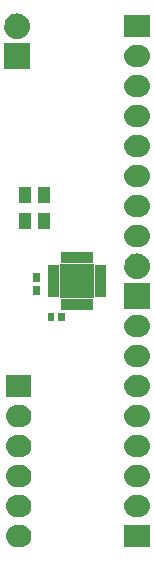
<source format=gts>
G04 #@! TF.FileFunction,Soldermask,Top*
%FSLAX46Y46*%
G04 Gerber Fmt 4.6, Leading zero omitted, Abs format (unit mm)*
G04 Created by KiCad (PCBNEW 4.0.1-stable) date Thursday, March 10, 2016 'AMt' 12:00:46 AM*
%MOMM*%
G01*
G04 APERTURE LIST*
%ADD10C,0.100000*%
G04 APERTURE END LIST*
D10*
G36*
X158559500Y-148247100D02*
X156400500Y-148247100D01*
X156400500Y-146392900D01*
X158559500Y-146392900D01*
X158559500Y-148247100D01*
X158559500Y-148247100D01*
G37*
G36*
X147609776Y-146392936D02*
X147617567Y-146392990D01*
X147797378Y-146413159D01*
X147969847Y-146467870D01*
X148128404Y-146555037D01*
X148267011Y-146671342D01*
X148380387Y-146812354D01*
X148464215Y-146972702D01*
X148515302Y-147146279D01*
X148515305Y-147146315D01*
X148515308Y-147146324D01*
X148531702Y-147326470D01*
X148512794Y-147506372D01*
X148512791Y-147506382D01*
X148512787Y-147506419D01*
X148459282Y-147679266D01*
X148373224Y-147838428D01*
X148257889Y-147977843D01*
X148117672Y-148092201D01*
X147957913Y-148177147D01*
X147784698Y-148229444D01*
X147604623Y-148247100D01*
X147289340Y-148247100D01*
X147284224Y-148247064D01*
X147276433Y-148247010D01*
X147096622Y-148226841D01*
X146924153Y-148172130D01*
X146765596Y-148084963D01*
X146626989Y-147968658D01*
X146513613Y-147827646D01*
X146429785Y-147667298D01*
X146378698Y-147493721D01*
X146378695Y-147493685D01*
X146378692Y-147493676D01*
X146362298Y-147313530D01*
X146381206Y-147133628D01*
X146381209Y-147133618D01*
X146381213Y-147133581D01*
X146434718Y-146960734D01*
X146520776Y-146801572D01*
X146636111Y-146662157D01*
X146776328Y-146547799D01*
X146936087Y-146462853D01*
X147109302Y-146410556D01*
X147289377Y-146392900D01*
X147604660Y-146392900D01*
X147609776Y-146392936D01*
X147609776Y-146392936D01*
G37*
G36*
X157642776Y-143852936D02*
X157650567Y-143852990D01*
X157830378Y-143873159D01*
X158002847Y-143927870D01*
X158161404Y-144015037D01*
X158300011Y-144131342D01*
X158413387Y-144272354D01*
X158497215Y-144432702D01*
X158548302Y-144606279D01*
X158548305Y-144606315D01*
X158548308Y-144606324D01*
X158564702Y-144786470D01*
X158545794Y-144966372D01*
X158545791Y-144966382D01*
X158545787Y-144966419D01*
X158492282Y-145139266D01*
X158406224Y-145298428D01*
X158290889Y-145437843D01*
X158150672Y-145552201D01*
X157990913Y-145637147D01*
X157817698Y-145689444D01*
X157637623Y-145707100D01*
X157322340Y-145707100D01*
X157317224Y-145707064D01*
X157309433Y-145707010D01*
X157129622Y-145686841D01*
X156957153Y-145632130D01*
X156798596Y-145544963D01*
X156659989Y-145428658D01*
X156546613Y-145287646D01*
X156462785Y-145127298D01*
X156411698Y-144953721D01*
X156411695Y-144953685D01*
X156411692Y-144953676D01*
X156395298Y-144773530D01*
X156414206Y-144593628D01*
X156414209Y-144593618D01*
X156414213Y-144593581D01*
X156467718Y-144420734D01*
X156553776Y-144261572D01*
X156669111Y-144122157D01*
X156809328Y-144007799D01*
X156969087Y-143922853D01*
X157142302Y-143870556D01*
X157322377Y-143852900D01*
X157637660Y-143852900D01*
X157642776Y-143852936D01*
X157642776Y-143852936D01*
G37*
G36*
X147609776Y-143852936D02*
X147617567Y-143852990D01*
X147797378Y-143873159D01*
X147969847Y-143927870D01*
X148128404Y-144015037D01*
X148267011Y-144131342D01*
X148380387Y-144272354D01*
X148464215Y-144432702D01*
X148515302Y-144606279D01*
X148515305Y-144606315D01*
X148515308Y-144606324D01*
X148531702Y-144786470D01*
X148512794Y-144966372D01*
X148512791Y-144966382D01*
X148512787Y-144966419D01*
X148459282Y-145139266D01*
X148373224Y-145298428D01*
X148257889Y-145437843D01*
X148117672Y-145552201D01*
X147957913Y-145637147D01*
X147784698Y-145689444D01*
X147604623Y-145707100D01*
X147289340Y-145707100D01*
X147284224Y-145707064D01*
X147276433Y-145707010D01*
X147096622Y-145686841D01*
X146924153Y-145632130D01*
X146765596Y-145544963D01*
X146626989Y-145428658D01*
X146513613Y-145287646D01*
X146429785Y-145127298D01*
X146378698Y-144953721D01*
X146378695Y-144953685D01*
X146378692Y-144953676D01*
X146362298Y-144773530D01*
X146381206Y-144593628D01*
X146381209Y-144593618D01*
X146381213Y-144593581D01*
X146434718Y-144420734D01*
X146520776Y-144261572D01*
X146636111Y-144122157D01*
X146776328Y-144007799D01*
X146936087Y-143922853D01*
X147109302Y-143870556D01*
X147289377Y-143852900D01*
X147604660Y-143852900D01*
X147609776Y-143852936D01*
X147609776Y-143852936D01*
G37*
G36*
X157642776Y-141312936D02*
X157650567Y-141312990D01*
X157830378Y-141333159D01*
X158002847Y-141387870D01*
X158161404Y-141475037D01*
X158300011Y-141591342D01*
X158413387Y-141732354D01*
X158497215Y-141892702D01*
X158548302Y-142066279D01*
X158548305Y-142066315D01*
X158548308Y-142066324D01*
X158564702Y-142246470D01*
X158545794Y-142426372D01*
X158545791Y-142426382D01*
X158545787Y-142426419D01*
X158492282Y-142599266D01*
X158406224Y-142758428D01*
X158290889Y-142897843D01*
X158150672Y-143012201D01*
X157990913Y-143097147D01*
X157817698Y-143149444D01*
X157637623Y-143167100D01*
X157322340Y-143167100D01*
X157317224Y-143167064D01*
X157309433Y-143167010D01*
X157129622Y-143146841D01*
X156957153Y-143092130D01*
X156798596Y-143004963D01*
X156659989Y-142888658D01*
X156546613Y-142747646D01*
X156462785Y-142587298D01*
X156411698Y-142413721D01*
X156411695Y-142413685D01*
X156411692Y-142413676D01*
X156395298Y-142233530D01*
X156414206Y-142053628D01*
X156414209Y-142053618D01*
X156414213Y-142053581D01*
X156467718Y-141880734D01*
X156553776Y-141721572D01*
X156669111Y-141582157D01*
X156809328Y-141467799D01*
X156969087Y-141382853D01*
X157142302Y-141330556D01*
X157322377Y-141312900D01*
X157637660Y-141312900D01*
X157642776Y-141312936D01*
X157642776Y-141312936D01*
G37*
G36*
X147609776Y-141312936D02*
X147617567Y-141312990D01*
X147797378Y-141333159D01*
X147969847Y-141387870D01*
X148128404Y-141475037D01*
X148267011Y-141591342D01*
X148380387Y-141732354D01*
X148464215Y-141892702D01*
X148515302Y-142066279D01*
X148515305Y-142066315D01*
X148515308Y-142066324D01*
X148531702Y-142246470D01*
X148512794Y-142426372D01*
X148512791Y-142426382D01*
X148512787Y-142426419D01*
X148459282Y-142599266D01*
X148373224Y-142758428D01*
X148257889Y-142897843D01*
X148117672Y-143012201D01*
X147957913Y-143097147D01*
X147784698Y-143149444D01*
X147604623Y-143167100D01*
X147289340Y-143167100D01*
X147284224Y-143167064D01*
X147276433Y-143167010D01*
X147096622Y-143146841D01*
X146924153Y-143092130D01*
X146765596Y-143004963D01*
X146626989Y-142888658D01*
X146513613Y-142747646D01*
X146429785Y-142587298D01*
X146378698Y-142413721D01*
X146378695Y-142413685D01*
X146378692Y-142413676D01*
X146362298Y-142233530D01*
X146381206Y-142053628D01*
X146381209Y-142053618D01*
X146381213Y-142053581D01*
X146434718Y-141880734D01*
X146520776Y-141721572D01*
X146636111Y-141582157D01*
X146776328Y-141467799D01*
X146936087Y-141382853D01*
X147109302Y-141330556D01*
X147289377Y-141312900D01*
X147604660Y-141312900D01*
X147609776Y-141312936D01*
X147609776Y-141312936D01*
G37*
G36*
X157642776Y-138772936D02*
X157650567Y-138772990D01*
X157830378Y-138793159D01*
X158002847Y-138847870D01*
X158161404Y-138935037D01*
X158300011Y-139051342D01*
X158413387Y-139192354D01*
X158497215Y-139352702D01*
X158548302Y-139526279D01*
X158548305Y-139526315D01*
X158548308Y-139526324D01*
X158564702Y-139706470D01*
X158545794Y-139886372D01*
X158545791Y-139886382D01*
X158545787Y-139886419D01*
X158492282Y-140059266D01*
X158406224Y-140218428D01*
X158290889Y-140357843D01*
X158150672Y-140472201D01*
X157990913Y-140557147D01*
X157817698Y-140609444D01*
X157637623Y-140627100D01*
X157322340Y-140627100D01*
X157317224Y-140627064D01*
X157309433Y-140627010D01*
X157129622Y-140606841D01*
X156957153Y-140552130D01*
X156798596Y-140464963D01*
X156659989Y-140348658D01*
X156546613Y-140207646D01*
X156462785Y-140047298D01*
X156411698Y-139873721D01*
X156411695Y-139873685D01*
X156411692Y-139873676D01*
X156395298Y-139693530D01*
X156414206Y-139513628D01*
X156414209Y-139513618D01*
X156414213Y-139513581D01*
X156467718Y-139340734D01*
X156553776Y-139181572D01*
X156669111Y-139042157D01*
X156809328Y-138927799D01*
X156969087Y-138842853D01*
X157142302Y-138790556D01*
X157322377Y-138772900D01*
X157637660Y-138772900D01*
X157642776Y-138772936D01*
X157642776Y-138772936D01*
G37*
G36*
X147609776Y-138772936D02*
X147617567Y-138772990D01*
X147797378Y-138793159D01*
X147969847Y-138847870D01*
X148128404Y-138935037D01*
X148267011Y-139051342D01*
X148380387Y-139192354D01*
X148464215Y-139352702D01*
X148515302Y-139526279D01*
X148515305Y-139526315D01*
X148515308Y-139526324D01*
X148531702Y-139706470D01*
X148512794Y-139886372D01*
X148512791Y-139886382D01*
X148512787Y-139886419D01*
X148459282Y-140059266D01*
X148373224Y-140218428D01*
X148257889Y-140357843D01*
X148117672Y-140472201D01*
X147957913Y-140557147D01*
X147784698Y-140609444D01*
X147604623Y-140627100D01*
X147289340Y-140627100D01*
X147284224Y-140627064D01*
X147276433Y-140627010D01*
X147096622Y-140606841D01*
X146924153Y-140552130D01*
X146765596Y-140464963D01*
X146626989Y-140348658D01*
X146513613Y-140207646D01*
X146429785Y-140047298D01*
X146378698Y-139873721D01*
X146378695Y-139873685D01*
X146378692Y-139873676D01*
X146362298Y-139693530D01*
X146381206Y-139513628D01*
X146381209Y-139513618D01*
X146381213Y-139513581D01*
X146434718Y-139340734D01*
X146520776Y-139181572D01*
X146636111Y-139042157D01*
X146776328Y-138927799D01*
X146936087Y-138842853D01*
X147109302Y-138790556D01*
X147289377Y-138772900D01*
X147604660Y-138772900D01*
X147609776Y-138772936D01*
X147609776Y-138772936D01*
G37*
G36*
X157642776Y-136232936D02*
X157650567Y-136232990D01*
X157830378Y-136253159D01*
X158002847Y-136307870D01*
X158161404Y-136395037D01*
X158300011Y-136511342D01*
X158413387Y-136652354D01*
X158497215Y-136812702D01*
X158548302Y-136986279D01*
X158548305Y-136986315D01*
X158548308Y-136986324D01*
X158564702Y-137166470D01*
X158545794Y-137346372D01*
X158545791Y-137346382D01*
X158545787Y-137346419D01*
X158492282Y-137519266D01*
X158406224Y-137678428D01*
X158290889Y-137817843D01*
X158150672Y-137932201D01*
X157990913Y-138017147D01*
X157817698Y-138069444D01*
X157637623Y-138087100D01*
X157322340Y-138087100D01*
X157317224Y-138087064D01*
X157309433Y-138087010D01*
X157129622Y-138066841D01*
X156957153Y-138012130D01*
X156798596Y-137924963D01*
X156659989Y-137808658D01*
X156546613Y-137667646D01*
X156462785Y-137507298D01*
X156411698Y-137333721D01*
X156411695Y-137333685D01*
X156411692Y-137333676D01*
X156395298Y-137153530D01*
X156414206Y-136973628D01*
X156414209Y-136973618D01*
X156414213Y-136973581D01*
X156467718Y-136800734D01*
X156553776Y-136641572D01*
X156669111Y-136502157D01*
X156809328Y-136387799D01*
X156969087Y-136302853D01*
X157142302Y-136250556D01*
X157322377Y-136232900D01*
X157637660Y-136232900D01*
X157642776Y-136232936D01*
X157642776Y-136232936D01*
G37*
G36*
X147609776Y-136232936D02*
X147617567Y-136232990D01*
X147797378Y-136253159D01*
X147969847Y-136307870D01*
X148128404Y-136395037D01*
X148267011Y-136511342D01*
X148380387Y-136652354D01*
X148464215Y-136812702D01*
X148515302Y-136986279D01*
X148515305Y-136986315D01*
X148515308Y-136986324D01*
X148531702Y-137166470D01*
X148512794Y-137346372D01*
X148512791Y-137346382D01*
X148512787Y-137346419D01*
X148459282Y-137519266D01*
X148373224Y-137678428D01*
X148257889Y-137817843D01*
X148117672Y-137932201D01*
X147957913Y-138017147D01*
X147784698Y-138069444D01*
X147604623Y-138087100D01*
X147289340Y-138087100D01*
X147284224Y-138087064D01*
X147276433Y-138087010D01*
X147096622Y-138066841D01*
X146924153Y-138012130D01*
X146765596Y-137924963D01*
X146626989Y-137808658D01*
X146513613Y-137667646D01*
X146429785Y-137507298D01*
X146378698Y-137333721D01*
X146378695Y-137333685D01*
X146378692Y-137333676D01*
X146362298Y-137153530D01*
X146381206Y-136973628D01*
X146381209Y-136973618D01*
X146381213Y-136973581D01*
X146434718Y-136800734D01*
X146520776Y-136641572D01*
X146636111Y-136502157D01*
X146776328Y-136387799D01*
X146936087Y-136302853D01*
X147109302Y-136250556D01*
X147289377Y-136232900D01*
X147604660Y-136232900D01*
X147609776Y-136232936D01*
X147609776Y-136232936D01*
G37*
G36*
X157642776Y-133692936D02*
X157650567Y-133692990D01*
X157830378Y-133713159D01*
X158002847Y-133767870D01*
X158161404Y-133855037D01*
X158300011Y-133971342D01*
X158413387Y-134112354D01*
X158497215Y-134272702D01*
X158548302Y-134446279D01*
X158548305Y-134446315D01*
X158548308Y-134446324D01*
X158564702Y-134626470D01*
X158545794Y-134806372D01*
X158545791Y-134806382D01*
X158545787Y-134806419D01*
X158492282Y-134979266D01*
X158406224Y-135138428D01*
X158290889Y-135277843D01*
X158150672Y-135392201D01*
X157990913Y-135477147D01*
X157817698Y-135529444D01*
X157637623Y-135547100D01*
X157322340Y-135547100D01*
X157317224Y-135547064D01*
X157309433Y-135547010D01*
X157129622Y-135526841D01*
X156957153Y-135472130D01*
X156798596Y-135384963D01*
X156659989Y-135268658D01*
X156546613Y-135127646D01*
X156462785Y-134967298D01*
X156411698Y-134793721D01*
X156411695Y-134793685D01*
X156411692Y-134793676D01*
X156395298Y-134613530D01*
X156414206Y-134433628D01*
X156414209Y-134433618D01*
X156414213Y-134433581D01*
X156467718Y-134260734D01*
X156553776Y-134101572D01*
X156669111Y-133962157D01*
X156809328Y-133847799D01*
X156969087Y-133762853D01*
X157142302Y-133710556D01*
X157322377Y-133692900D01*
X157637660Y-133692900D01*
X157642776Y-133692936D01*
X157642776Y-133692936D01*
G37*
G36*
X148526500Y-135547100D02*
X146367500Y-135547100D01*
X146367500Y-133692900D01*
X148526500Y-133692900D01*
X148526500Y-135547100D01*
X148526500Y-135547100D01*
G37*
G36*
X157642776Y-131152936D02*
X157650567Y-131152990D01*
X157830378Y-131173159D01*
X158002847Y-131227870D01*
X158161404Y-131315037D01*
X158300011Y-131431342D01*
X158413387Y-131572354D01*
X158497215Y-131732702D01*
X158548302Y-131906279D01*
X158548305Y-131906315D01*
X158548308Y-131906324D01*
X158564702Y-132086470D01*
X158545794Y-132266372D01*
X158545791Y-132266382D01*
X158545787Y-132266419D01*
X158492282Y-132439266D01*
X158406224Y-132598428D01*
X158290889Y-132737843D01*
X158150672Y-132852201D01*
X157990913Y-132937147D01*
X157817698Y-132989444D01*
X157637623Y-133007100D01*
X157322340Y-133007100D01*
X157317224Y-133007064D01*
X157309433Y-133007010D01*
X157129622Y-132986841D01*
X156957153Y-132932130D01*
X156798596Y-132844963D01*
X156659989Y-132728658D01*
X156546613Y-132587646D01*
X156462785Y-132427298D01*
X156411698Y-132253721D01*
X156411695Y-132253685D01*
X156411692Y-132253676D01*
X156395298Y-132073530D01*
X156414206Y-131893628D01*
X156414209Y-131893618D01*
X156414213Y-131893581D01*
X156467718Y-131720734D01*
X156553776Y-131561572D01*
X156669111Y-131422157D01*
X156809328Y-131307799D01*
X156969087Y-131222853D01*
X157142302Y-131170556D01*
X157322377Y-131152900D01*
X157637660Y-131152900D01*
X157642776Y-131152936D01*
X157642776Y-131152936D01*
G37*
G36*
X157642776Y-128612936D02*
X157650567Y-128612990D01*
X157830378Y-128633159D01*
X158002847Y-128687870D01*
X158161404Y-128775037D01*
X158300011Y-128891342D01*
X158413387Y-129032354D01*
X158497215Y-129192702D01*
X158548302Y-129366279D01*
X158548305Y-129366315D01*
X158548308Y-129366324D01*
X158564702Y-129546470D01*
X158545794Y-129726372D01*
X158545791Y-129726382D01*
X158545787Y-129726419D01*
X158492282Y-129899266D01*
X158406224Y-130058428D01*
X158290889Y-130197843D01*
X158150672Y-130312201D01*
X157990913Y-130397147D01*
X157817698Y-130449444D01*
X157637623Y-130467100D01*
X157322340Y-130467100D01*
X157317224Y-130467064D01*
X157309433Y-130467010D01*
X157129622Y-130446841D01*
X156957153Y-130392130D01*
X156798596Y-130304963D01*
X156659989Y-130188658D01*
X156546613Y-130047646D01*
X156462785Y-129887298D01*
X156411698Y-129713721D01*
X156411695Y-129713685D01*
X156411692Y-129713676D01*
X156395298Y-129533530D01*
X156414206Y-129353628D01*
X156414209Y-129353618D01*
X156414213Y-129353581D01*
X156467718Y-129180734D01*
X156553776Y-129021572D01*
X156669111Y-128882157D01*
X156809328Y-128767799D01*
X156969087Y-128682853D01*
X157142302Y-128630556D01*
X157322377Y-128612900D01*
X157637660Y-128612900D01*
X157642776Y-128612936D01*
X157642776Y-128612936D01*
G37*
G36*
X151335500Y-129141500D02*
X150808500Y-129141500D01*
X150808500Y-128414500D01*
X151335500Y-128414500D01*
X151335500Y-129141500D01*
X151335500Y-129141500D01*
G37*
G36*
X150435500Y-129141500D02*
X149908500Y-129141500D01*
X149908500Y-128414500D01*
X150435500Y-128414500D01*
X150435500Y-129141500D01*
X150435500Y-129141500D01*
G37*
G36*
X153763500Y-128193500D02*
X151036500Y-128193500D01*
X151036500Y-127266500D01*
X153763500Y-127266500D01*
X153763500Y-128193500D01*
X153763500Y-128193500D01*
G37*
G36*
X158559500Y-128079500D02*
X156400500Y-128079500D01*
X156400500Y-125920500D01*
X158559500Y-125920500D01*
X158559500Y-128079500D01*
X158559500Y-128079500D01*
G37*
G36*
X153813500Y-127143500D02*
X150986500Y-127143500D01*
X150986500Y-124316500D01*
X153813500Y-124316500D01*
X153813500Y-127143500D01*
X153813500Y-127143500D01*
G37*
G36*
X150863500Y-127093500D02*
X149936500Y-127093500D01*
X149936500Y-124366500D01*
X150863500Y-124366500D01*
X150863500Y-127093500D01*
X150863500Y-127093500D01*
G37*
G36*
X154863500Y-127093500D02*
X153936500Y-127093500D01*
X153936500Y-124366500D01*
X154863500Y-124366500D01*
X154863500Y-127093500D01*
X154863500Y-127093500D01*
G37*
G36*
X149284500Y-126897500D02*
X148657500Y-126897500D01*
X148657500Y-126170500D01*
X149284500Y-126170500D01*
X149284500Y-126897500D01*
X149284500Y-126897500D01*
G37*
G36*
X149284500Y-125797500D02*
X148657500Y-125797500D01*
X148657500Y-125070500D01*
X149284500Y-125070500D01*
X149284500Y-125797500D01*
X149284500Y-125797500D01*
G37*
G36*
X157498239Y-123380590D02*
X157498245Y-123380591D01*
X157500295Y-123380605D01*
X157709664Y-123404090D01*
X157910483Y-123467793D01*
X158095105Y-123569290D01*
X158256496Y-123704713D01*
X158388510Y-123868906D01*
X158486118Y-124055612D01*
X158545602Y-124257722D01*
X158545605Y-124257758D01*
X158545608Y-124257767D01*
X158564698Y-124467534D01*
X158542681Y-124677016D01*
X158542678Y-124677026D01*
X158542674Y-124677064D01*
X158480374Y-124878323D01*
X158380169Y-125063649D01*
X158245876Y-125225982D01*
X158082609Y-125359138D01*
X157896588Y-125458047D01*
X157694899Y-125518941D01*
X157485223Y-125539500D01*
X157474742Y-125539500D01*
X157461761Y-125539410D01*
X157461755Y-125539409D01*
X157459705Y-125539395D01*
X157250336Y-125515910D01*
X157049517Y-125452207D01*
X156864895Y-125350710D01*
X156703504Y-125215287D01*
X156571490Y-125051094D01*
X156473882Y-124864388D01*
X156414398Y-124662278D01*
X156414395Y-124662242D01*
X156414392Y-124662233D01*
X156395302Y-124452466D01*
X156417319Y-124242984D01*
X156417322Y-124242974D01*
X156417326Y-124242936D01*
X156479626Y-124041677D01*
X156579831Y-123856351D01*
X156714124Y-123694018D01*
X156877391Y-123560862D01*
X157063412Y-123461953D01*
X157265101Y-123401059D01*
X157474777Y-123380500D01*
X157485258Y-123380500D01*
X157498239Y-123380590D01*
X157498239Y-123380590D01*
G37*
G36*
X153763500Y-124193500D02*
X151036500Y-124193500D01*
X151036500Y-123266500D01*
X153763500Y-123266500D01*
X153763500Y-124193500D01*
X153763500Y-124193500D01*
G37*
G36*
X157642776Y-120992936D02*
X157650567Y-120992990D01*
X157830378Y-121013159D01*
X158002847Y-121067870D01*
X158161404Y-121155037D01*
X158300011Y-121271342D01*
X158413387Y-121412354D01*
X158497215Y-121572702D01*
X158548302Y-121746279D01*
X158548305Y-121746315D01*
X158548308Y-121746324D01*
X158564702Y-121926470D01*
X158545794Y-122106372D01*
X158545791Y-122106382D01*
X158545787Y-122106419D01*
X158492282Y-122279266D01*
X158406224Y-122438428D01*
X158290889Y-122577843D01*
X158150672Y-122692201D01*
X157990913Y-122777147D01*
X157817698Y-122829444D01*
X157637623Y-122847100D01*
X157322340Y-122847100D01*
X157317224Y-122847064D01*
X157309433Y-122847010D01*
X157129622Y-122826841D01*
X156957153Y-122772130D01*
X156798596Y-122684963D01*
X156659989Y-122568658D01*
X156546613Y-122427646D01*
X156462785Y-122267298D01*
X156411698Y-122093721D01*
X156411695Y-122093685D01*
X156411692Y-122093676D01*
X156395298Y-121913530D01*
X156414206Y-121733628D01*
X156414209Y-121733618D01*
X156414213Y-121733581D01*
X156467718Y-121560734D01*
X156553776Y-121401572D01*
X156669111Y-121262157D01*
X156809328Y-121147799D01*
X156969087Y-121062853D01*
X157142302Y-121010556D01*
X157322377Y-120992900D01*
X157637660Y-120992900D01*
X157642776Y-120992936D01*
X157642776Y-120992936D01*
G37*
G36*
X150119500Y-121313500D02*
X149092500Y-121313500D01*
X149092500Y-119986500D01*
X150119500Y-119986500D01*
X150119500Y-121313500D01*
X150119500Y-121313500D01*
G37*
G36*
X148468500Y-121313500D02*
X147441500Y-121313500D01*
X147441500Y-119986500D01*
X148468500Y-119986500D01*
X148468500Y-121313500D01*
X148468500Y-121313500D01*
G37*
G36*
X157642776Y-118452936D02*
X157650567Y-118452990D01*
X157830378Y-118473159D01*
X158002847Y-118527870D01*
X158161404Y-118615037D01*
X158300011Y-118731342D01*
X158413387Y-118872354D01*
X158497215Y-119032702D01*
X158548302Y-119206279D01*
X158548305Y-119206315D01*
X158548308Y-119206324D01*
X158564702Y-119386470D01*
X158545794Y-119566372D01*
X158545791Y-119566382D01*
X158545787Y-119566419D01*
X158492282Y-119739266D01*
X158406224Y-119898428D01*
X158290889Y-120037843D01*
X158150672Y-120152201D01*
X157990913Y-120237147D01*
X157817698Y-120289444D01*
X157637623Y-120307100D01*
X157322340Y-120307100D01*
X157317224Y-120307064D01*
X157309433Y-120307010D01*
X157129622Y-120286841D01*
X156957153Y-120232130D01*
X156798596Y-120144963D01*
X156659989Y-120028658D01*
X156546613Y-119887646D01*
X156462785Y-119727298D01*
X156411698Y-119553721D01*
X156411695Y-119553685D01*
X156411692Y-119553676D01*
X156395298Y-119373530D01*
X156414206Y-119193628D01*
X156414209Y-119193618D01*
X156414213Y-119193581D01*
X156467718Y-119020734D01*
X156553776Y-118861572D01*
X156669111Y-118722157D01*
X156809328Y-118607799D01*
X156969087Y-118522853D01*
X157142302Y-118470556D01*
X157322377Y-118452900D01*
X157637660Y-118452900D01*
X157642776Y-118452936D01*
X157642776Y-118452936D01*
G37*
G36*
X148468500Y-119113500D02*
X147441500Y-119113500D01*
X147441500Y-117786500D01*
X148468500Y-117786500D01*
X148468500Y-119113500D01*
X148468500Y-119113500D01*
G37*
G36*
X150119500Y-119113500D02*
X149092500Y-119113500D01*
X149092500Y-117786500D01*
X150119500Y-117786500D01*
X150119500Y-119113500D01*
X150119500Y-119113500D01*
G37*
G36*
X157642776Y-115912936D02*
X157650567Y-115912990D01*
X157830378Y-115933159D01*
X158002847Y-115987870D01*
X158161404Y-116075037D01*
X158300011Y-116191342D01*
X158413387Y-116332354D01*
X158497215Y-116492702D01*
X158548302Y-116666279D01*
X158548305Y-116666315D01*
X158548308Y-116666324D01*
X158564702Y-116846470D01*
X158545794Y-117026372D01*
X158545791Y-117026382D01*
X158545787Y-117026419D01*
X158492282Y-117199266D01*
X158406224Y-117358428D01*
X158290889Y-117497843D01*
X158150672Y-117612201D01*
X157990913Y-117697147D01*
X157817698Y-117749444D01*
X157637623Y-117767100D01*
X157322340Y-117767100D01*
X157317224Y-117767064D01*
X157309433Y-117767010D01*
X157129622Y-117746841D01*
X156957153Y-117692130D01*
X156798596Y-117604963D01*
X156659989Y-117488658D01*
X156546613Y-117347646D01*
X156462785Y-117187298D01*
X156411698Y-117013721D01*
X156411695Y-117013685D01*
X156411692Y-117013676D01*
X156395298Y-116833530D01*
X156414206Y-116653628D01*
X156414209Y-116653618D01*
X156414213Y-116653581D01*
X156467718Y-116480734D01*
X156553776Y-116321572D01*
X156669111Y-116182157D01*
X156809328Y-116067799D01*
X156969087Y-115982853D01*
X157142302Y-115930556D01*
X157322377Y-115912900D01*
X157637660Y-115912900D01*
X157642776Y-115912936D01*
X157642776Y-115912936D01*
G37*
G36*
X157642776Y-113372936D02*
X157650567Y-113372990D01*
X157830378Y-113393159D01*
X158002847Y-113447870D01*
X158161404Y-113535037D01*
X158300011Y-113651342D01*
X158413387Y-113792354D01*
X158497215Y-113952702D01*
X158548302Y-114126279D01*
X158548305Y-114126315D01*
X158548308Y-114126324D01*
X158564702Y-114306470D01*
X158545794Y-114486372D01*
X158545791Y-114486382D01*
X158545787Y-114486419D01*
X158492282Y-114659266D01*
X158406224Y-114818428D01*
X158290889Y-114957843D01*
X158150672Y-115072201D01*
X157990913Y-115157147D01*
X157817698Y-115209444D01*
X157637623Y-115227100D01*
X157322340Y-115227100D01*
X157317224Y-115227064D01*
X157309433Y-115227010D01*
X157129622Y-115206841D01*
X156957153Y-115152130D01*
X156798596Y-115064963D01*
X156659989Y-114948658D01*
X156546613Y-114807646D01*
X156462785Y-114647298D01*
X156411698Y-114473721D01*
X156411695Y-114473685D01*
X156411692Y-114473676D01*
X156395298Y-114293530D01*
X156414206Y-114113628D01*
X156414209Y-114113618D01*
X156414213Y-114113581D01*
X156467718Y-113940734D01*
X156553776Y-113781572D01*
X156669111Y-113642157D01*
X156809328Y-113527799D01*
X156969087Y-113442853D01*
X157142302Y-113390556D01*
X157322377Y-113372900D01*
X157637660Y-113372900D01*
X157642776Y-113372936D01*
X157642776Y-113372936D01*
G37*
G36*
X157642776Y-110832936D02*
X157650567Y-110832990D01*
X157830378Y-110853159D01*
X158002847Y-110907870D01*
X158161404Y-110995037D01*
X158300011Y-111111342D01*
X158413387Y-111252354D01*
X158497215Y-111412702D01*
X158548302Y-111586279D01*
X158548305Y-111586315D01*
X158548308Y-111586324D01*
X158564702Y-111766470D01*
X158545794Y-111946372D01*
X158545791Y-111946382D01*
X158545787Y-111946419D01*
X158492282Y-112119266D01*
X158406224Y-112278428D01*
X158290889Y-112417843D01*
X158150672Y-112532201D01*
X157990913Y-112617147D01*
X157817698Y-112669444D01*
X157637623Y-112687100D01*
X157322340Y-112687100D01*
X157317224Y-112687064D01*
X157309433Y-112687010D01*
X157129622Y-112666841D01*
X156957153Y-112612130D01*
X156798596Y-112524963D01*
X156659989Y-112408658D01*
X156546613Y-112267646D01*
X156462785Y-112107298D01*
X156411698Y-111933721D01*
X156411695Y-111933685D01*
X156411692Y-111933676D01*
X156395298Y-111753530D01*
X156414206Y-111573628D01*
X156414209Y-111573618D01*
X156414213Y-111573581D01*
X156467718Y-111400734D01*
X156553776Y-111241572D01*
X156669111Y-111102157D01*
X156809328Y-110987799D01*
X156969087Y-110902853D01*
X157142302Y-110850556D01*
X157322377Y-110832900D01*
X157637660Y-110832900D01*
X157642776Y-110832936D01*
X157642776Y-110832936D01*
G37*
G36*
X157642776Y-108292936D02*
X157650567Y-108292990D01*
X157830378Y-108313159D01*
X158002847Y-108367870D01*
X158161404Y-108455037D01*
X158300011Y-108571342D01*
X158413387Y-108712354D01*
X158497215Y-108872702D01*
X158548302Y-109046279D01*
X158548305Y-109046315D01*
X158548308Y-109046324D01*
X158564702Y-109226470D01*
X158545794Y-109406372D01*
X158545791Y-109406382D01*
X158545787Y-109406419D01*
X158492282Y-109579266D01*
X158406224Y-109738428D01*
X158290889Y-109877843D01*
X158150672Y-109992201D01*
X157990913Y-110077147D01*
X157817698Y-110129444D01*
X157637623Y-110147100D01*
X157322340Y-110147100D01*
X157317224Y-110147064D01*
X157309433Y-110147010D01*
X157129622Y-110126841D01*
X156957153Y-110072130D01*
X156798596Y-109984963D01*
X156659989Y-109868658D01*
X156546613Y-109727646D01*
X156462785Y-109567298D01*
X156411698Y-109393721D01*
X156411695Y-109393685D01*
X156411692Y-109393676D01*
X156395298Y-109213530D01*
X156414206Y-109033628D01*
X156414209Y-109033618D01*
X156414213Y-109033581D01*
X156467718Y-108860734D01*
X156553776Y-108701572D01*
X156669111Y-108562157D01*
X156809328Y-108447799D01*
X156969087Y-108362853D01*
X157142302Y-108310556D01*
X157322377Y-108292900D01*
X157637660Y-108292900D01*
X157642776Y-108292936D01*
X157642776Y-108292936D01*
G37*
G36*
X148399500Y-107759500D02*
X146240500Y-107759500D01*
X146240500Y-105600500D01*
X148399500Y-105600500D01*
X148399500Y-107759500D01*
X148399500Y-107759500D01*
G37*
G36*
X157642776Y-105752936D02*
X157650567Y-105752990D01*
X157830378Y-105773159D01*
X158002847Y-105827870D01*
X158161404Y-105915037D01*
X158300011Y-106031342D01*
X158413387Y-106172354D01*
X158497215Y-106332702D01*
X158548302Y-106506279D01*
X158548305Y-106506315D01*
X158548308Y-106506324D01*
X158564702Y-106686470D01*
X158545794Y-106866372D01*
X158545791Y-106866382D01*
X158545787Y-106866419D01*
X158492282Y-107039266D01*
X158406224Y-107198428D01*
X158290889Y-107337843D01*
X158150672Y-107452201D01*
X157990913Y-107537147D01*
X157817698Y-107589444D01*
X157637623Y-107607100D01*
X157322340Y-107607100D01*
X157317224Y-107607064D01*
X157309433Y-107607010D01*
X157129622Y-107586841D01*
X156957153Y-107532130D01*
X156798596Y-107444963D01*
X156659989Y-107328658D01*
X156546613Y-107187646D01*
X156462785Y-107027298D01*
X156411698Y-106853721D01*
X156411695Y-106853685D01*
X156411692Y-106853676D01*
X156395298Y-106673530D01*
X156414206Y-106493628D01*
X156414209Y-106493618D01*
X156414213Y-106493581D01*
X156467718Y-106320734D01*
X156553776Y-106161572D01*
X156669111Y-106022157D01*
X156809328Y-105907799D01*
X156969087Y-105822853D01*
X157142302Y-105770556D01*
X157322377Y-105752900D01*
X157637660Y-105752900D01*
X157642776Y-105752936D01*
X157642776Y-105752936D01*
G37*
G36*
X147338239Y-103060590D02*
X147338245Y-103060591D01*
X147340295Y-103060605D01*
X147549664Y-103084090D01*
X147750483Y-103147793D01*
X147935105Y-103249290D01*
X148096496Y-103384713D01*
X148228510Y-103548906D01*
X148326118Y-103735612D01*
X148385602Y-103937722D01*
X148385605Y-103937758D01*
X148385608Y-103937767D01*
X148404698Y-104147534D01*
X148382681Y-104357016D01*
X148382678Y-104357026D01*
X148382674Y-104357064D01*
X148320374Y-104558323D01*
X148220169Y-104743649D01*
X148085876Y-104905982D01*
X147922609Y-105039138D01*
X147736588Y-105138047D01*
X147534899Y-105198941D01*
X147325223Y-105219500D01*
X147314742Y-105219500D01*
X147301761Y-105219410D01*
X147301755Y-105219409D01*
X147299705Y-105219395D01*
X147090336Y-105195910D01*
X146889517Y-105132207D01*
X146704895Y-105030710D01*
X146543504Y-104895287D01*
X146411490Y-104731094D01*
X146313882Y-104544388D01*
X146254398Y-104342278D01*
X146254395Y-104342242D01*
X146254392Y-104342233D01*
X146235302Y-104132466D01*
X146257319Y-103922984D01*
X146257322Y-103922974D01*
X146257326Y-103922936D01*
X146319626Y-103721677D01*
X146419831Y-103536351D01*
X146554124Y-103374018D01*
X146717391Y-103240862D01*
X146903412Y-103141953D01*
X147105101Y-103081059D01*
X147314777Y-103060500D01*
X147325258Y-103060500D01*
X147338239Y-103060590D01*
X147338239Y-103060590D01*
G37*
G36*
X158559500Y-105067100D02*
X156400500Y-105067100D01*
X156400500Y-103212900D01*
X158559500Y-103212900D01*
X158559500Y-105067100D01*
X158559500Y-105067100D01*
G37*
M02*

</source>
